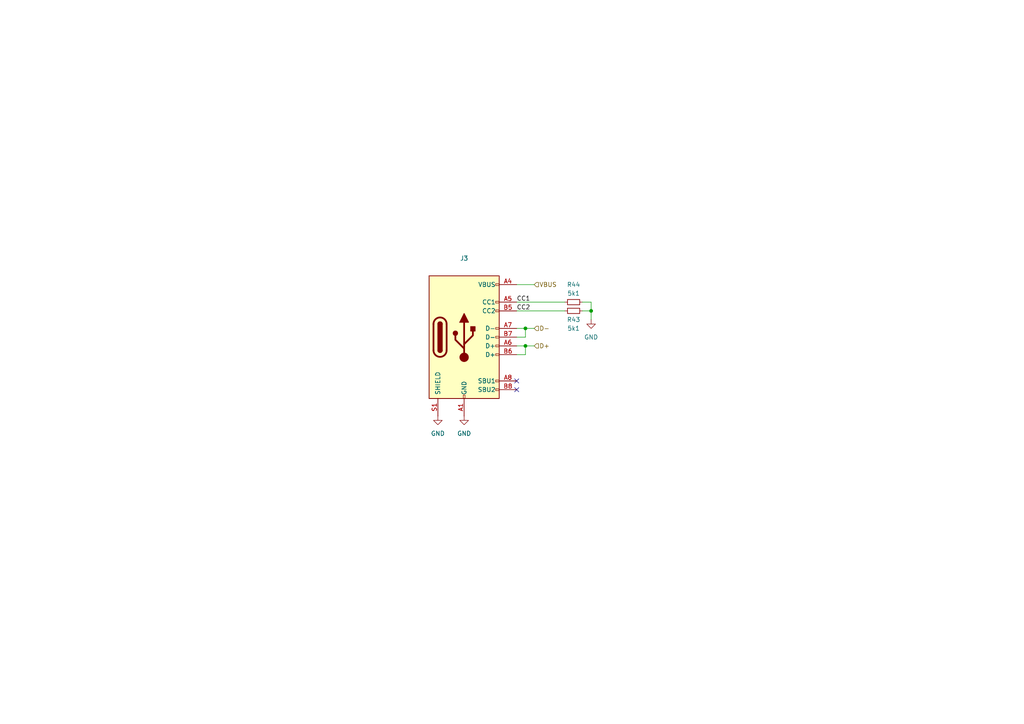
<source format=kicad_sch>
(kicad_sch (version 20231120) (generator "eeschema") (generator_version "8.0")
  (paper "A4")
  (lib_symbols
    (symbol "Connector:USB_C_Receptacle_USB2.0_16P" (pin_names (offset 1.016))
      (property "Reference" "J" (at 0 22.225 0))
      (property "Value" "USB_C_Receptacle_USB2.0_16P" (at 0 19.685 0))
      (symbol "USB_C_Receptacle_USB2.0_16P_0_0"
        (rectangle (start -0.254 -17.78) (end 0.254 -16.764))
        (rectangle (start 10.16 -14.986) (end 9.144 -15.494))
        (rectangle (start 10.16 -12.446) (end 9.144 -12.954))
        (rectangle (start 10.16 -4.826) (end 9.144 -5.334))
        (rectangle (start 10.16 -2.286) (end 9.144 -2.794))
        (rectangle (start 10.16 0.254) (end 9.144 -0.254))
        (rectangle (start 10.16 2.794) (end 9.144 2.286))
        (rectangle (start 10.16 7.874) (end 9.144 7.366))
        (rectangle (start 10.16 10.414) (end 9.144 9.906))
        (rectangle (start 10.16 15.494) (end 9.144 14.986))
      )
      (symbol "USB_C_Receptacle_USB2.0_16P_0_1"
        (rectangle (start -10.16 17.78) (end 10.16 -17.78) (stroke (width 0.254)) (fill (type background)))
        (arc (start -8.89 -3.81) (mid -6.985 -5.7067) (end -5.08 -3.81) (stroke (width 0.508)))
        (arc (start -7.62 -3.81) (mid -6.985 -4.4423) (end -6.35 -3.81) (stroke (width 0.254)))
        (arc (start -7.62 -3.81) (mid -6.985 -4.4423) (end -6.35 -3.81) (stroke (width 0.254)) (fill (type outline)))
        (rectangle (start -7.62 -3.81) (end -6.35 3.81) (stroke (width 0.254)) (fill (type outline)))
        (arc (start -6.35 3.81) (mid -6.985 4.4423) (end -7.62 3.81) (stroke (width 0.254)))
        (arc (start -6.35 3.81) (mid -6.985 4.4423) (end -7.62 3.81) (stroke (width 0.254)) (fill (type outline)))
        (arc (start -5.08 3.81) (mid -6.985 5.7067) (end -8.89 3.81) (stroke (width 0.508)))
        (circle (center -2.54 1.143) (radius 0.635) (stroke (width 0.254)) (fill (type outline)))
        (circle (center 0 -5.842) (radius 1.27) (fill (type outline)))
        (polyline (pts (xy -8.89 -3.81) (xy -8.89 3.81)) (stroke (width 0.508)))
        (polyline (pts (xy -5.08 3.81) (xy -5.08 -3.81)) (stroke (width 0.508)))
        (polyline (pts (xy 0 -5.842) (xy 0 4.318)) (stroke (width 0.508)))
        (polyline (pts (xy 0 -3.302) (xy -2.54 -0.762) (xy -2.54 0.508)) (stroke (width 0.508)))
        (polyline (pts (xy 0 -2.032) (xy 2.54 0.508) (xy 2.54 1.778)) (stroke (width 0.508)))
        (polyline (pts (xy -1.27 4.318) (xy 0 6.858) (xy 1.27 4.318) (xy -1.27 4.318)) (stroke (width 0.254)) (fill (type outline)))
        (rectangle (start 1.905 1.778) (end 3.175 3.048) (stroke (width 0.254)) (fill (type outline)))
      )
      (symbol "USB_C_Receptacle_USB2.0_16P_1_1"
        (pin passive line (at 0 -22.86 90) (length 5.08) (name "GND") (number "A1"))
        (pin passive line (at 0 -22.86 90) (length 5.08) hide (name "GND") (number "A12"))
        (pin passive line (at 15.24 15.24 180) (length 5.08) (name "VBUS") (number "A4"))
        (pin bidirectional line (at 15.24 10.16 180) (length 5.08) (name "CC1") (number "A5"))
        (pin bidirectional line (at 15.24 -2.54 180) (length 5.08) (name "D+") (number "A6"))
        (pin bidirectional line (at 15.24 2.54 180) (length 5.08) (name "D-") (number "A7"))
        (pin bidirectional line (at 15.24 -12.7 180) (length 5.08) (name "SBU1") (number "A8"))
        (pin passive line (at 15.24 15.24 180) (length 5.08) hide (name "VBUS") (number "A9"))
        (pin passive line (at 0 -22.86 90) (length 5.08) hide (name "GND") (number "B1"))
        (pin passive line (at 0 -22.86 90) (length 5.08) hide (name "GND") (number "B12"))
        (pin passive line (at 15.24 15.24 180) (length 5.08) hide (name "VBUS") (number "B4"))
        (pin bidirectional line (at 15.24 7.62 180) (length 5.08) (name "CC2") (number "B5"))
        (pin bidirectional line (at 15.24 -5.08 180) (length 5.08) (name "D+") (number "B6"))
        (pin bidirectional line (at 15.24 0 180) (length 5.08) (name "D-") (number "B7"))
        (pin bidirectional line (at 15.24 -15.24 180) (length 5.08) (name "SBU2") (number "B8"))
        (pin passive line (at 15.24 15.24 180) (length 5.08) hide (name "VBUS") (number "B9"))
        (pin passive line (at -7.62 -22.86 90) (length 5.08) (name "SHIELD") (number "S1"))
      )
    )
    (symbol "Device:R_Small" (pin_numbers hide) (pin_names (offset 0.254) hide)
      (property "Reference" "R" (at 0.762 0.508 0))
      (property "Value" "R_Small" (at 0.762 -1.016 0))
      (symbol "R_Small_0_1"
        (rectangle (start -0.762 1.778) (end 0.762 -1.778) (stroke (width 0.2032)))
      )
      (symbol "R_Small_1_1"
        (pin passive line (at 0 2.54 270) (length 0.762) (name "~") (number "1"))
        (pin passive line (at 0 -2.54 90) (length 0.762) (name "~") (number "2"))
      )
    )
    (symbol "power:GND" (power) (pin_numbers hide) (pin_names (offset 0) hide)
      (property "Value" "GND" (at 0 -3.81 0))
      (symbol "GND_0_1"
        (polyline (pts (xy 0 0) (xy 0 -1.27) (xy 1.27 -1.27) (xy 0 -2.54) (xy -1.27 -1.27) (xy 0 -1.27)))
      )
      (symbol "GND_1_1"
        (pin power_in line (at 0 0 270) (length 0) (name "~") (number "1"))
      )
    )
  )
  (junction (at 171.45 90.17))
  (junction (at 152.4 95.25))
  (junction (at 152.4 100.33))
  (no_connect (at 149.86 110.49))
  (no_connect (at 149.86 113.03))
  (wire (pts (xy 149.86 100.33) (xy 152.4 100.33)))
  (wire (pts (xy 152.4 95.25) (xy 152.4 97.79)))
  (wire (pts (xy 149.86 82.55) (xy 154.94 82.55)))
  (wire (pts (xy 171.45 87.63) (xy 171.45 90.17)))
  (wire (pts (xy 149.86 95.25) (xy 152.4 95.25)))
  (wire (pts (xy 149.86 90.17) (xy 163.83 90.17)))
  (wire (pts (xy 171.45 92.71) (xy 171.45 90.17)))
  (wire (pts (xy 152.4 95.25) (xy 154.94 95.25)))
  (wire (pts (xy 152.4 102.87) (xy 149.86 102.87)))
  (wire (pts (xy 168.91 87.63) (xy 171.45 87.63)))
  (wire (pts (xy 152.4 100.33) (xy 154.94 100.33)))
  (wire (pts (xy 171.45 90.17) (xy 168.91 90.17)))
  (wire (pts (xy 152.4 100.33) (xy 152.4 102.87)))
  (wire (pts (xy 149.86 87.63) (xy 163.83 87.63)))
  (wire (pts (xy 152.4 97.79) (xy 149.86 97.79)))
  (label "CC2" (at 149.86 90.17 0))
  (label "CC1" (at 149.86 87.63 0))
  (hierarchical_label "D+" (shape input) (at 154.94 100.33 0))
  (hierarchical_label "VBUS" (shape input) (at 154.94 82.55 0))
  (hierarchical_label "D-" (shape input) (at 154.94 95.25 0))
  (symbol (lib_id "Device:R_Small") (at 166.37 87.63 90) (unit 1)
    (property "Reference" "R44" (at 166.37 82.55 90))
    (property "Value" "5k1" (at 166.37 85.09 90))
    (property "Footprint" "Resistor_SMD:R_0402_1005Metric" (effects (hide yes)))
    (property "Description" "Resistor, small symbol" (effects (hide yes)))
    (property "LCSC" "C25905" (effects (hide yes)))
    (instances (project "BratwurstPower" (path "" (reference "R44") (unit 1)) (path "" (reference "R45") (unit 1))))
  )
  (symbol (lib_id "Device:R_Small") (at 166.37 90.17 90) (unit 1)
    (property "Reference" "R43" (at 166.37 92.71 90))
    (property "Value" "5k1" (at 166.37 95.25 90))
    (property "Footprint" "Resistor_SMD:R_0402_1005Metric" (effects (hide yes)))
    (property "Description" "Resistor, small symbol" (effects (hide yes)))
    (property "LCSC" "C25905" (effects (hide yes)))
    (instances (project "BratwurstPower" (path "" (reference "R43") (unit 1)) (path "" (reference "R46") (unit 1))))
  )
  (symbol (lib_id "power:GND") (at 134.62 120.65 0) (unit 1)
    (property "Reference" "#PWR0101" (effects (hide yes)))
    (property "Value" "GND" (at 134.62 125.73 0))
    (property "Description" "Power symbol creates a global label with name \"GND\" , ground" (effects (hide yes)))
    (instances (project "" (path "" (reference "#PWR052") (unit 1)) (path "" (reference "#PWR0101") (unit 1))))
  )
  (symbol (lib_id "power:GND") (at 127 120.65 0) (unit 1)
    (property "Reference" "#PWR050" (effects (hide yes)))
    (property "Value" "GND" (at 127 125.73 0))
    (property "Description" "Power symbol creates a global label with name \"GND\" , ground" (effects (hide yes)))
    (instances (project "BratwurstPower" (path "" (reference "#PWR050") (unit 1)) (path "" (reference "#PWR013") (unit 1))))
  )
  (symbol (lib_id "Connector:USB_C_Receptacle_USB2.0_16P") (at 134.62 97.79 0) (unit 1)
    (property "Reference" "J7" (at 134.62 74.93 0))
    (property "Value" "${SHEETNAME}" (at 134.62 77.47 0))
    (property "Footprint" "Connector_USB:USB_C_Receptacle_GCT_USB4105-xx-A_16P_TopMnt_Horizontal" (effects (hide yes)))
    (property "Datasheet" "https://www.usb.org/sites/default/files/documents/usb_type-c.zip" (effects (hide yes)))
    (property "Description" "USB 2.0-only 16P Type-C Receptacle connector" (effects (hide yes)))
    (property "LCSC" "C2988369" (effects (hide yes)))
    (instances (project "" (path "" (reference "J3") (unit 1)) (path "" (reference "J7") (unit 1))))
  )
  (symbol (lib_id "power:GND") (at 171.45 92.71 0) (unit 1)
    (property "Reference" "#PWR051" (effects (hide yes)))
    (property "Value" "GND" (at 171.45 97.79 0))
    (property "Description" "Power symbol creates a global label with name \"GND\" , ground" (effects (hide yes)))
    (instances (project "BratwurstPower" (path "" (reference "#PWR051") (unit 1)) (path "" (reference "#PWR09") (unit 1))))
  )
)
</source>
